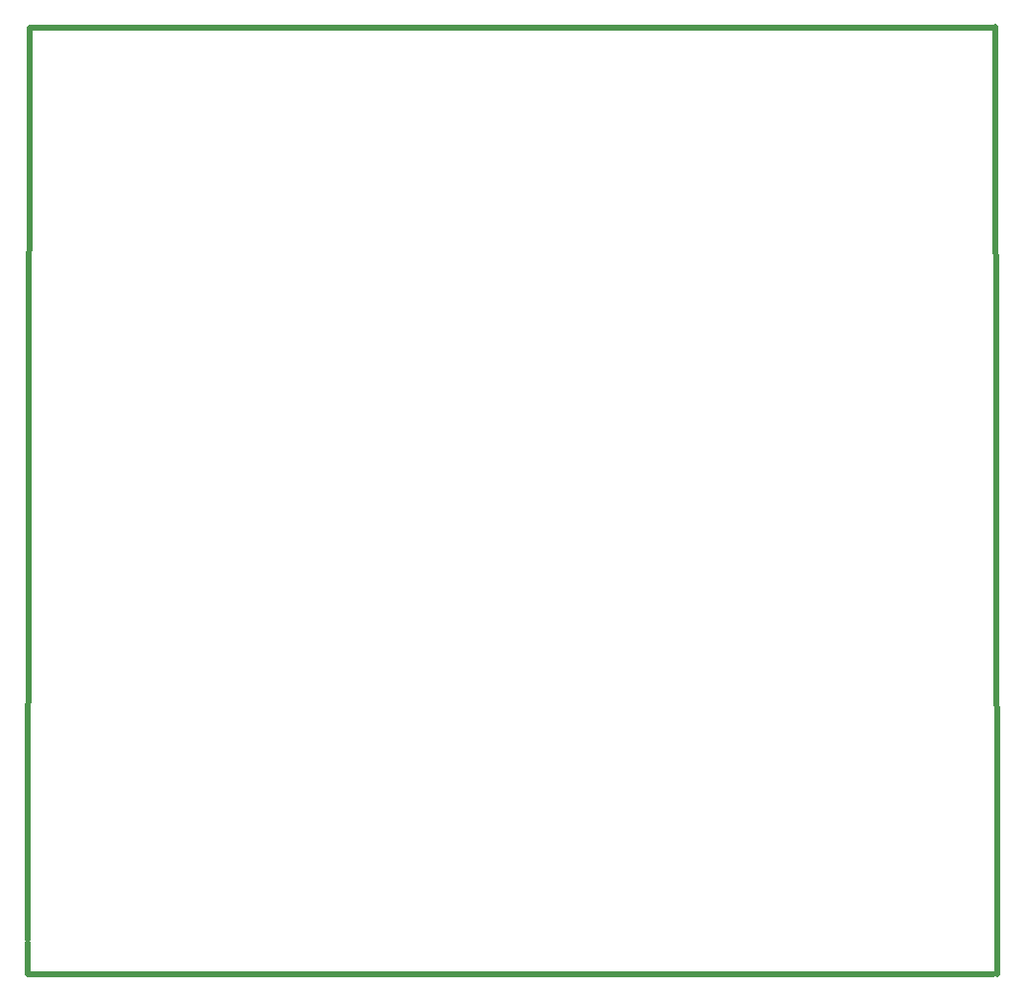
<source format=gko>
G04 Layer: BoardOutlineLayer*
G04 EasyEDA v6.5.40, 2024-04-23 11:15:46*
G04 c7e9cca6e7fb4e88997dfbcd3db0eb44,2d5800d2cc32464ebd88bb1e24ba3ef2,10*
G04 Gerber Generator version 0.2*
G04 Scale: 100 percent, Rotated: No, Reflected: No *
G04 Dimensions in inches *
G04 leading zeros omitted , absolute positions ,3 integer and 6 decimal *
%FSLAX36Y36*%
%MOIN*%

%ADD10C,0.0200*%
D10*
X3335000Y844998D02*
G01*
X3335000Y729998D01*
X67500Y729998D02*
G01*
X3322500Y729998D01*
X70000Y835000D02*
G01*
X70000Y729998D01*
X70000Y875000D02*
G01*
X75000Y3920000D01*
X3335000Y875000D02*
G01*
X3335000Y844998D01*
X70000Y875000D02*
G01*
X70000Y844998D01*
X3335000Y875000D02*
G01*
X3330000Y3922001D01*
X75000Y3920000D02*
G01*
X3330000Y3920000D01*

%LPD*%
M02*

</source>
